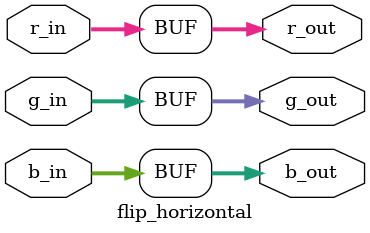
<source format=v>
module flip_horizontal (
    input [7:0] r_in,
    input [7:0] g_in,
    input [7:0] b_in,
    output [7:0] r_out,
    output [7:0] g_out,
    output [7:0] b_out
);
    assign r_out = r_in;
    assign g_out = g_in;
    assign b_out = b_in;
endmodule

</source>
